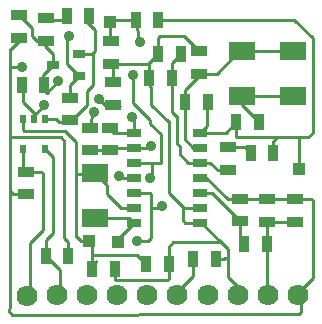
<source format=gtl>
G04 (created by PCBNEW (2013-07-07 BZR 4022)-stable) date 11/15/2014 10:46:49 AM*
%MOIN*%
G04 Gerber Fmt 3.4, Leading zero omitted, Abs format*
%FSLAX34Y34*%
G01*
G70*
G90*
G04 APERTURE LIST*
%ADD10C,0.00590551*%
%ADD11R,0.02X0.03*%
%ADD12R,0.05X0.025*%
%ADD13R,0.035X0.055*%
%ADD14R,0.055X0.035*%
%ADD15R,0.0866X0.063*%
%ADD16R,0.0394X0.0315*%
%ADD17C,0.0700787*%
%ADD18R,0.0393701X0.0393701*%
%ADD19C,0.035*%
%ADD20C,0.01*%
G04 APERTURE END LIST*
G54D10*
G54D11*
X12658Y-11625D03*
X11908Y-11625D03*
X12658Y-12625D03*
X12283Y-11625D03*
X11908Y-12625D03*
G54D12*
X17820Y-15080D03*
X17820Y-14580D03*
X17820Y-14080D03*
X17820Y-13580D03*
X17820Y-13080D03*
X17820Y-12580D03*
X17820Y-12080D03*
X15620Y-12080D03*
X15620Y-12580D03*
X15620Y-13080D03*
X15620Y-13580D03*
X15620Y-14080D03*
X15620Y-14580D03*
X15620Y-15080D03*
G54D13*
X14125Y-8200D03*
X13375Y-8200D03*
X11875Y-10500D03*
X12625Y-10500D03*
G54D14*
X14911Y-11162D03*
X14911Y-10412D03*
X13474Y-11664D03*
X13474Y-10914D03*
X14862Y-9784D03*
X14862Y-9034D03*
X14832Y-11918D03*
X14832Y-12668D03*
X20976Y-14308D03*
X20976Y-15058D03*
X20058Y-14296D03*
X20058Y-15046D03*
G54D13*
X14221Y-16614D03*
X14971Y-16614D03*
X16022Y-16456D03*
X16772Y-16456D03*
G54D14*
X19150Y-14285D03*
X19150Y-15035D03*
G54D13*
X19286Y-15790D03*
X20036Y-15790D03*
X16875Y-10250D03*
X16125Y-10250D03*
G54D14*
X17800Y-10125D03*
X17800Y-9375D03*
G54D13*
X17175Y-9450D03*
X16425Y-9450D03*
X19034Y-11732D03*
X19784Y-11732D03*
X18071Y-11062D03*
X17321Y-11062D03*
X20256Y-12755D03*
X19506Y-12755D03*
G54D14*
X18740Y-12577D03*
X18740Y-13327D03*
G54D13*
X15678Y-8326D03*
X16428Y-8326D03*
G54D15*
X19212Y-9370D03*
X19212Y-10866D03*
X20905Y-10866D03*
X20905Y-9370D03*
X14301Y-14921D03*
X14301Y-13425D03*
G54D16*
X12923Y-9822D03*
X13789Y-9447D03*
X13789Y-10197D03*
G54D14*
X11771Y-8918D03*
X11771Y-8168D03*
X12027Y-14134D03*
X12027Y-13384D03*
G54D13*
X13426Y-16200D03*
X12676Y-16200D03*
X18347Y-16279D03*
X17597Y-16279D03*
G54D14*
X14153Y-11918D03*
X14153Y-12668D03*
G54D17*
X12050Y-17515D03*
X13043Y-17505D03*
X14047Y-17505D03*
X15051Y-17505D03*
X16055Y-17505D03*
X17059Y-17505D03*
X18073Y-17500D03*
X19077Y-17500D03*
X20081Y-17500D03*
X21085Y-17500D03*
G54D14*
X12677Y-8276D03*
X12677Y-9026D03*
G54D18*
X21122Y-13287D03*
X14104Y-15698D03*
X14822Y-8395D03*
X15078Y-15718D03*
G54D19*
X11889Y-9881D03*
X13450Y-8850D03*
X14448Y-10954D03*
X12627Y-11171D03*
X14300Y-11400D03*
X16171Y-12539D03*
X15826Y-9064D03*
X15600Y-10150D03*
X16151Y-13582D03*
X15108Y-13533D03*
X13100Y-10364D03*
X15551Y-11555D03*
X16545Y-14527D03*
X15728Y-15698D03*
G54D20*
X14221Y-16614D02*
X14221Y-16172D01*
X15727Y-16161D02*
X16022Y-16456D01*
X14232Y-16161D02*
X15727Y-16161D01*
X14221Y-16172D02*
X14232Y-16161D01*
X14104Y-15698D02*
X13848Y-15698D01*
X13848Y-15698D02*
X13671Y-15521D01*
X14221Y-16614D02*
X14221Y-15815D01*
X14221Y-15815D02*
X14104Y-15698D01*
X13671Y-13454D02*
X14271Y-13454D01*
X14271Y-13454D02*
X14301Y-13425D01*
X14350Y-16376D02*
X14339Y-16387D01*
X15620Y-14580D02*
X15180Y-14580D01*
X15180Y-14580D02*
X14714Y-14114D01*
X14714Y-14114D02*
X14714Y-13838D01*
X14714Y-13838D02*
X14301Y-13425D01*
X13671Y-13494D02*
X13671Y-13454D01*
X13671Y-13454D02*
X13671Y-15521D01*
X13671Y-15521D02*
X13671Y-15570D01*
X11908Y-11625D02*
X11908Y-11989D01*
X13671Y-12401D02*
X13671Y-13494D01*
X13671Y-13494D02*
X13671Y-13651D01*
X13307Y-12037D02*
X13671Y-12401D01*
X11956Y-12037D02*
X13307Y-12037D01*
X11908Y-11989D02*
X11956Y-12037D01*
X13139Y-17348D02*
X13139Y-16664D01*
X13139Y-16664D02*
X12676Y-16200D01*
X12676Y-16200D02*
X12676Y-15660D01*
X12658Y-12638D02*
X12658Y-12625D01*
X12903Y-12883D02*
X12658Y-12638D01*
X12903Y-15433D02*
X12903Y-12883D01*
X12676Y-15660D02*
X12903Y-15433D01*
X11908Y-12625D02*
X11908Y-13265D01*
X11908Y-13265D02*
X12027Y-13384D01*
X12027Y-13384D02*
X12518Y-13384D01*
X12145Y-15767D02*
X12145Y-17358D01*
X12578Y-15334D02*
X12145Y-15767D01*
X12578Y-13444D02*
X12578Y-15334D01*
X12518Y-13384D02*
X12578Y-13444D01*
X11889Y-9881D02*
X11870Y-9901D01*
X11476Y-9901D02*
X11870Y-9901D01*
X13400Y-9808D02*
X13789Y-10197D01*
X13400Y-8900D02*
X13400Y-9808D01*
X13450Y-8850D02*
X13400Y-8900D01*
X11568Y-18155D02*
X11550Y-18150D01*
X19881Y-18118D02*
X11568Y-18155D01*
X11457Y-18026D02*
X11457Y-18000D01*
X11550Y-18150D02*
X11457Y-18026D01*
X13474Y-10914D02*
X13474Y-10512D01*
X13474Y-10512D02*
X13789Y-10197D01*
X13789Y-10197D02*
X13701Y-10197D01*
X11476Y-9301D02*
X11506Y-9301D01*
X11506Y-9301D02*
X11840Y-8967D01*
X11476Y-9763D02*
X11476Y-9301D01*
X11476Y-9301D02*
X11476Y-9291D01*
X13287Y-14891D02*
X13287Y-15600D01*
X13426Y-15739D02*
X13426Y-16200D01*
X13287Y-15600D02*
X13426Y-15739D01*
X11476Y-12244D02*
X13169Y-12244D01*
X13287Y-12362D02*
X13287Y-14891D01*
X13287Y-14891D02*
X13287Y-14940D01*
X13169Y-12244D02*
X13287Y-12362D01*
X11476Y-12244D02*
X11476Y-9901D01*
X11476Y-9901D02*
X11476Y-9763D01*
X11476Y-9763D02*
X11476Y-9645D01*
X11476Y-13956D02*
X11476Y-17900D01*
X11476Y-17900D02*
X11457Y-18000D01*
X11457Y-18000D02*
X11457Y-18002D01*
X12027Y-14134D02*
X11573Y-14134D01*
X11476Y-12244D02*
X11476Y-12244D01*
X11476Y-14037D02*
X11476Y-13956D01*
X11476Y-13956D02*
X11476Y-12244D01*
X11573Y-14134D02*
X11476Y-14037D01*
X19881Y-18118D02*
X21113Y-18118D01*
X21181Y-18051D02*
X21181Y-17342D01*
X21113Y-18118D02*
X21181Y-18051D01*
X20976Y-14308D02*
X21538Y-14308D01*
X21538Y-14308D02*
X21594Y-14364D01*
X21594Y-14364D02*
X21594Y-16929D01*
X21594Y-16929D02*
X21181Y-17342D01*
X19901Y-18118D02*
X19881Y-18118D01*
X19920Y-18118D02*
X19901Y-18118D01*
X20058Y-14296D02*
X20964Y-14296D01*
X20964Y-14296D02*
X20976Y-14308D01*
X19150Y-14285D02*
X20047Y-14285D01*
X20047Y-14285D02*
X20058Y-14296D01*
X17820Y-13580D02*
X18031Y-13580D01*
X18736Y-14285D02*
X19150Y-14285D01*
X18031Y-13580D02*
X18736Y-14285D01*
X11918Y-10748D02*
X11918Y-11071D01*
X12322Y-11476D02*
X12283Y-11625D01*
X11918Y-11071D02*
X12322Y-11476D01*
X12283Y-11625D02*
X12283Y-11515D01*
X14686Y-11191D02*
X15137Y-11191D01*
X14448Y-10954D02*
X14686Y-11191D01*
X12283Y-11515D02*
X12627Y-11171D01*
X16125Y-10500D02*
X16125Y-9750D01*
X16125Y-9750D02*
X16425Y-9450D01*
X14911Y-10412D02*
X14911Y-9833D01*
X14911Y-9833D02*
X14862Y-9784D01*
X16781Y-11750D02*
X16781Y-11731D01*
X16200Y-10575D02*
X16125Y-10500D01*
X16200Y-11150D02*
X16200Y-10575D01*
X16781Y-11731D02*
X16200Y-11150D01*
X16425Y-9450D02*
X16425Y-8925D01*
X16425Y-8925D02*
X16500Y-8850D01*
X16500Y-8850D02*
X17275Y-8850D01*
X17275Y-8850D02*
X17800Y-9375D01*
X14862Y-9784D02*
X16090Y-9784D01*
X16090Y-9784D02*
X16425Y-9450D01*
X16781Y-11830D02*
X16781Y-11750D01*
X16781Y-11750D02*
X16781Y-11712D01*
X17303Y-14580D02*
X17276Y-14580D01*
X16781Y-14084D02*
X16781Y-11830D01*
X16781Y-11830D02*
X16781Y-11811D01*
X17276Y-14580D02*
X16781Y-14084D01*
X15413Y-16998D02*
X16732Y-16998D01*
X16772Y-16957D02*
X16772Y-16456D01*
X16732Y-16998D02*
X16772Y-16957D01*
X16772Y-16456D02*
X16772Y-15884D01*
X16772Y-15884D02*
X16919Y-15738D01*
X16919Y-15738D02*
X18513Y-15738D01*
X15413Y-16998D02*
X14970Y-16998D01*
X14971Y-16997D02*
X14971Y-16614D01*
X14970Y-16998D02*
X14971Y-16997D01*
X18347Y-16279D02*
X18631Y-16279D01*
X18651Y-16259D02*
X18740Y-16259D01*
X18631Y-16279D02*
X18651Y-16259D01*
X15265Y-16998D02*
X15413Y-16998D01*
X15256Y-16989D02*
X15265Y-16998D01*
X18740Y-15964D02*
X18740Y-16259D01*
X18740Y-16259D02*
X18740Y-16791D01*
X18740Y-16791D02*
X18740Y-16909D01*
X18740Y-16909D02*
X19173Y-17342D01*
X17820Y-15080D02*
X17855Y-15080D01*
X17855Y-15080D02*
X18513Y-15738D01*
X18513Y-15738D02*
X18740Y-15964D01*
X17820Y-15080D02*
X17310Y-15080D01*
X17240Y-15010D02*
X17240Y-14606D01*
X17240Y-14606D02*
X17240Y-14580D01*
X17310Y-15080D02*
X17240Y-15010D01*
X17820Y-14580D02*
X17303Y-14580D01*
X17303Y-14580D02*
X17240Y-14580D01*
X13474Y-11664D02*
X13535Y-11664D01*
X14250Y-9494D02*
X14203Y-9447D01*
X14250Y-10500D02*
X14250Y-9494D01*
X14050Y-10700D02*
X14250Y-10500D01*
X14050Y-11150D02*
X14050Y-10700D01*
X13535Y-11664D02*
X14050Y-11150D01*
X13789Y-9447D02*
X14203Y-9447D01*
X14203Y-9447D02*
X14301Y-9350D01*
X14301Y-8779D02*
X14301Y-9350D01*
X14301Y-8779D02*
X14301Y-8650D01*
X14301Y-8650D02*
X14046Y-8395D01*
X13474Y-11664D02*
X13502Y-11664D01*
X13542Y-11664D02*
X13474Y-11664D01*
X14301Y-8759D02*
X14301Y-8779D01*
X13503Y-11733D02*
X13130Y-11733D01*
X13023Y-11625D02*
X12658Y-11625D01*
X13130Y-11733D02*
X13023Y-11625D01*
X17086Y-17633D02*
X17086Y-17372D01*
X17597Y-16861D02*
X17597Y-16279D01*
X17086Y-17372D02*
X17597Y-16861D01*
X14153Y-11918D02*
X14211Y-11488D01*
X14211Y-11488D02*
X14300Y-11400D01*
X16130Y-12580D02*
X15620Y-12580D01*
X16171Y-12539D02*
X16130Y-12580D01*
X14832Y-12668D02*
X14153Y-12668D01*
X15620Y-12580D02*
X14920Y-12580D01*
X14920Y-12580D02*
X14832Y-12668D01*
X19212Y-10866D02*
X20905Y-10866D01*
X19212Y-10866D02*
X19212Y-11160D01*
X19212Y-11160D02*
X19784Y-11732D01*
X18740Y-12577D02*
X19328Y-12577D01*
X19328Y-12577D02*
X19506Y-12755D01*
X15078Y-15718D02*
X15078Y-15621D01*
X15078Y-15621D02*
X15620Y-15080D01*
X15078Y-15718D02*
X15078Y-15649D01*
X14301Y-14921D02*
X15461Y-14921D01*
X15461Y-14921D02*
X15620Y-15080D01*
X19150Y-15035D02*
X19150Y-15654D01*
X19150Y-15654D02*
X19286Y-15790D01*
X17820Y-14080D02*
X18214Y-14080D01*
X19150Y-15016D02*
X19150Y-15035D01*
X18214Y-14080D02*
X19150Y-15016D01*
X16875Y-10500D02*
X16875Y-9750D01*
X16875Y-9750D02*
X17175Y-9450D01*
X17057Y-11525D02*
X17008Y-11525D01*
X17057Y-11525D02*
X17057Y-12460D01*
X17057Y-12460D02*
X17135Y-12539D01*
X17135Y-12539D02*
X17135Y-12805D01*
X17135Y-12805D02*
X17410Y-13080D01*
X17820Y-13080D02*
X17410Y-13080D01*
X16875Y-11392D02*
X16875Y-10500D01*
X17008Y-11525D02*
X16875Y-11392D01*
X17732Y-12992D02*
X17820Y-13080D01*
X18740Y-13327D02*
X18406Y-13327D01*
X18158Y-13080D02*
X17820Y-13080D01*
X18406Y-13327D02*
X18158Y-13080D01*
X17321Y-11062D02*
X17321Y-10678D01*
X17800Y-10200D02*
X17800Y-10125D01*
X17321Y-10678D02*
X17800Y-10200D01*
X19212Y-9370D02*
X19129Y-9370D01*
X18375Y-10125D02*
X17800Y-10125D01*
X19129Y-9370D02*
X18375Y-10125D01*
X19212Y-9409D02*
X19212Y-9370D01*
X17302Y-10808D02*
X17302Y-11259D01*
X17820Y-12580D02*
X17580Y-12580D01*
X17302Y-12302D02*
X17302Y-11259D01*
X17580Y-12580D02*
X17302Y-12302D01*
X19212Y-9370D02*
X20905Y-9370D01*
X16428Y-8326D02*
X20964Y-8326D01*
X20964Y-8326D02*
X21574Y-8937D01*
X21496Y-8858D02*
X21496Y-8858D01*
X18052Y-11259D02*
X18052Y-11847D01*
X18052Y-11847D02*
X17820Y-12080D01*
X21574Y-11535D02*
X21574Y-8937D01*
X21496Y-8858D02*
X21496Y-8858D01*
X21574Y-8937D02*
X21496Y-8858D01*
X20256Y-12755D02*
X20256Y-12380D01*
X20256Y-12380D02*
X20393Y-12244D01*
X21102Y-12244D02*
X21102Y-13346D01*
X17820Y-12080D02*
X18686Y-12080D01*
X18686Y-12080D02*
X19034Y-11732D01*
X21574Y-11456D02*
X21574Y-11535D01*
X21574Y-11535D02*
X21574Y-12086D01*
X21574Y-12086D02*
X21417Y-12244D01*
X21417Y-12244D02*
X21102Y-12244D01*
X21102Y-12244D02*
X21123Y-12244D01*
X21123Y-12244D02*
X20393Y-12244D01*
X20393Y-12244D02*
X19055Y-12244D01*
X19055Y-12244D02*
X19034Y-12223D01*
X19034Y-12223D02*
X19034Y-11732D01*
X21574Y-11456D02*
X21574Y-11496D01*
X17845Y-12055D02*
X17820Y-12080D01*
X17900Y-12160D02*
X17820Y-12080D01*
X16150Y-11779D02*
X16150Y-11650D01*
X15796Y-9034D02*
X15678Y-8326D01*
X15826Y-9064D02*
X15796Y-9034D01*
X15600Y-11100D02*
X15600Y-10150D01*
X16150Y-11650D02*
X15600Y-11100D01*
X16515Y-13099D02*
X16515Y-12144D01*
X16211Y-13088D02*
X16515Y-13099D01*
X16515Y-12144D02*
X16150Y-11779D01*
X14822Y-8395D02*
X14822Y-8975D01*
X14822Y-8975D02*
X14931Y-9083D01*
X15678Y-8326D02*
X14891Y-8326D01*
X14891Y-8326D02*
X14822Y-8395D01*
X16211Y-13523D02*
X16211Y-13088D01*
X16151Y-13582D02*
X16211Y-13523D01*
X15620Y-13080D02*
X16211Y-13088D01*
X12923Y-9822D02*
X12923Y-9458D01*
X12657Y-9192D02*
X12923Y-9458D01*
X12657Y-9192D02*
X12657Y-9065D01*
X15620Y-13580D02*
X15154Y-13580D01*
X15154Y-13580D02*
X15108Y-13533D01*
X12716Y-10748D02*
X12668Y-10748D01*
X13100Y-10364D02*
X12716Y-10748D01*
X12677Y-9026D02*
X12373Y-9026D01*
X12214Y-8611D02*
X11771Y-8168D01*
X12214Y-8868D02*
X12214Y-8611D01*
X12373Y-9026D02*
X12214Y-8868D01*
X12599Y-10570D02*
X12599Y-10146D01*
X12599Y-10146D02*
X12923Y-9822D01*
X20036Y-15790D02*
X20036Y-17201D01*
X20036Y-17201D02*
X20177Y-17342D01*
X20058Y-15046D02*
X20964Y-15046D01*
X20964Y-15046D02*
X20976Y-15058D01*
X20036Y-15790D02*
X20036Y-15068D01*
X20036Y-15068D02*
X20058Y-15046D01*
X16171Y-14596D02*
X16476Y-14596D01*
X15620Y-11623D02*
X15620Y-12080D01*
X15551Y-11555D02*
X15620Y-11623D01*
X16476Y-14596D02*
X16545Y-14527D01*
X15728Y-15698D02*
X16072Y-15698D01*
X16171Y-15600D02*
X16171Y-14596D01*
X16171Y-14596D02*
X16171Y-14114D01*
X16171Y-14114D02*
X16137Y-14080D01*
X16137Y-14080D02*
X15620Y-14080D01*
X16072Y-15698D02*
X16171Y-15600D01*
X15728Y-15698D02*
X15767Y-15659D01*
X15620Y-12080D02*
X14941Y-12080D01*
X14941Y-12080D02*
X14832Y-11971D01*
X14832Y-11971D02*
X14832Y-11918D01*
X12657Y-8315D02*
X13344Y-8315D01*
X13344Y-8315D02*
X13394Y-8366D01*
M02*

</source>
